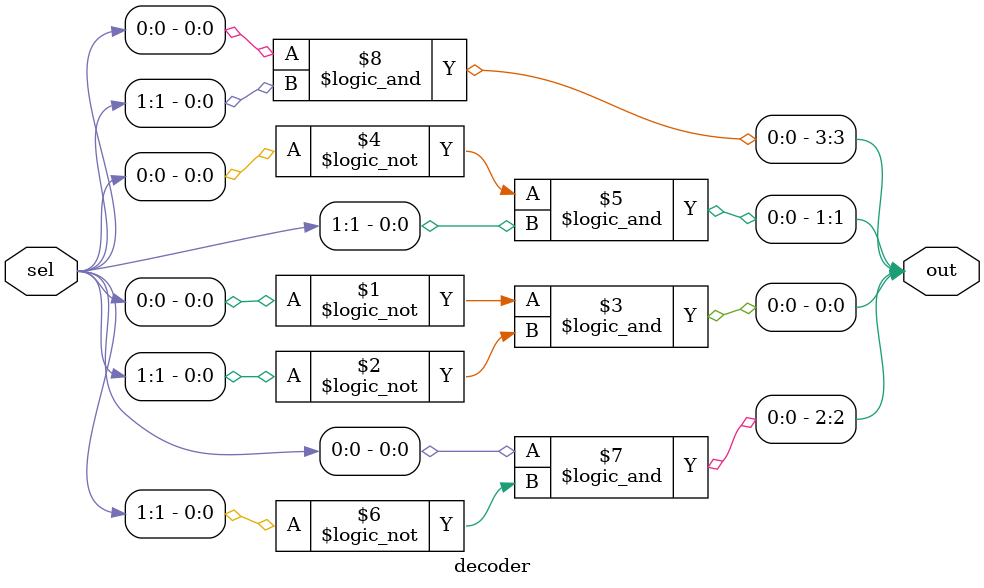
<source format=sv>
module decoder(
 input  logic[1:0] sel,
 output logic[3:0] out
);
 assign out[0] = (!sel[0]) && (!sel[1]);
 assign out[1] = (!sel[0]) && sel[1];
 assign out[2] = sel[0] && (!sel[1]);
 assign out[3] = sel[0] && sel[1];

endmodule
</source>
